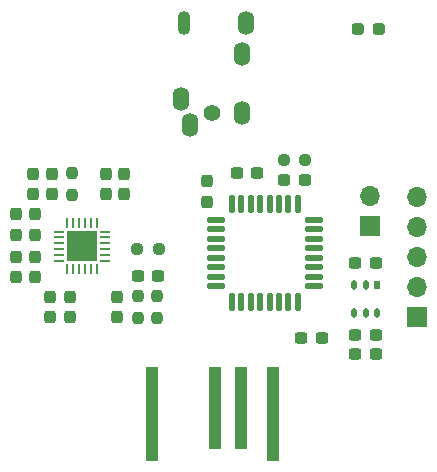
<source format=gts>
G04 #@! TF.GenerationSoftware,KiCad,Pcbnew,7.0.7*
G04 #@! TF.CreationDate,2024-03-29T16:46:10+10:30*
G04 #@! TF.ProjectId,hawk,6861776b-2e6b-4696-9361-645f70636258,1*
G04 #@! TF.SameCoordinates,Original*
G04 #@! TF.FileFunction,Soldermask,Top*
G04 #@! TF.FilePolarity,Negative*
%FSLAX46Y46*%
G04 Gerber Fmt 4.6, Leading zero omitted, Abs format (unit mm)*
G04 Created by KiCad (PCBNEW 7.0.7) date 2024-03-29 16:46:10*
%MOMM*%
%LPD*%
G01*
G04 APERTURE LIST*
G04 Aperture macros list*
%AMRoundRect*
0 Rectangle with rounded corners*
0 $1 Rounding radius*
0 $2 $3 $4 $5 $6 $7 $8 $9 X,Y pos of 4 corners*
0 Add a 4 corners polygon primitive as box body*
4,1,4,$2,$3,$4,$5,$6,$7,$8,$9,$2,$3,0*
0 Add four circle primitives for the rounded corners*
1,1,$1+$1,$2,$3*
1,1,$1+$1,$4,$5*
1,1,$1+$1,$6,$7*
1,1,$1+$1,$8,$9*
0 Add four rect primitives between the rounded corners*
20,1,$1+$1,$2,$3,$4,$5,0*
20,1,$1+$1,$4,$5,$6,$7,0*
20,1,$1+$1,$6,$7,$8,$9,0*
20,1,$1+$1,$8,$9,$2,$3,0*%
G04 Aperture macros list end*
%ADD10R,0.550000X0.800000*%
%ADD11O,0.550000X0.800000*%
%ADD12R,0.812800X0.254000*%
%ADD13R,0.254000X0.812800*%
%ADD14R,2.641600X2.641600*%
%ADD15RoundRect,0.237500X-0.237500X0.250000X-0.237500X-0.250000X0.237500X-0.250000X0.237500X0.250000X0*%
%ADD16RoundRect,0.237500X0.300000X0.237500X-0.300000X0.237500X-0.300000X-0.237500X0.300000X-0.237500X0*%
%ADD17RoundRect,0.237500X-0.300000X-0.237500X0.300000X-0.237500X0.300000X0.237500X-0.300000X0.237500X0*%
%ADD18RoundRect,0.237500X0.250000X0.237500X-0.250000X0.237500X-0.250000X-0.237500X0.250000X-0.237500X0*%
%ADD19RoundRect,0.237500X-0.237500X0.300000X-0.237500X-0.300000X0.237500X-0.300000X0.237500X0.300000X0*%
%ADD20R,1.000000X7.000000*%
%ADD21RoundRect,0.237500X0.237500X-0.300000X0.237500X0.300000X-0.237500X0.300000X-0.237500X-0.300000X0*%
%ADD22RoundRect,0.125000X0.125000X0.625000X-0.125000X0.625000X-0.125000X-0.625000X0.125000X-0.625000X0*%
%ADD23RoundRect,0.125000X0.625000X0.125000X-0.625000X0.125000X-0.625000X-0.125000X0.625000X-0.125000X0*%
%ADD24RoundRect,0.237500X0.287500X0.237500X-0.287500X0.237500X-0.287500X-0.237500X0.287500X-0.237500X0*%
%ADD25RoundRect,0.237500X0.237500X-0.250000X0.237500X0.250000X-0.237500X0.250000X-0.237500X-0.250000X0*%
%ADD26R,1.000000X8.000000*%
%ADD27RoundRect,0.237500X-0.250000X-0.237500X0.250000X-0.237500X0.250000X0.237500X-0.250000X0.237500X0*%
%ADD28O,1.700000X1.700000*%
%ADD29R,1.700000X1.700000*%
%ADD30O,1.371600X2.006600*%
%ADD31O,1.100000X2.000000*%
%ADD32C,1.397000*%
G04 APERTURE END LIST*
D10*
X162623501Y-107509500D03*
D11*
X161673500Y-107509500D03*
X160723499Y-107509500D03*
X160723499Y-109909500D03*
X161673500Y-109909500D03*
X162623501Y-109909500D03*
D12*
X135727400Y-103014500D03*
X135727400Y-103514499D03*
X135727400Y-104014500D03*
X135727400Y-104514500D03*
X135727400Y-105014501D03*
X135727400Y-105514500D03*
D13*
X136420500Y-106207600D03*
X136920499Y-106207600D03*
X137420500Y-106207600D03*
X137920500Y-106207600D03*
X138420501Y-106207600D03*
X138920500Y-106207600D03*
D12*
X139613600Y-105514500D03*
X139613600Y-105014501D03*
X139613600Y-104514500D03*
X139613600Y-104014500D03*
X139613600Y-103514499D03*
X139613600Y-103014500D03*
D13*
X138920500Y-102321400D03*
X138420501Y-102321400D03*
X137920500Y-102321400D03*
X137420500Y-102321400D03*
X136920499Y-102321400D03*
X136420500Y-102321400D03*
D14*
X137670500Y-104264500D03*
D15*
X144020500Y-110323500D03*
X144020500Y-108498500D03*
D16*
X156239000Y-112011500D03*
X157964000Y-112011500D03*
D17*
X162536000Y-113408500D03*
X160811000Y-113408500D03*
D18*
X142346000Y-104518500D03*
X144171000Y-104518500D03*
D19*
X139668700Y-99853500D03*
X139668700Y-98128500D03*
D20*
X151141155Y-117923795D03*
D16*
X154808200Y-98610000D03*
X156533200Y-98610000D03*
D17*
X162536000Y-111757500D03*
X160811000Y-111757500D03*
D19*
X141192700Y-99853500D03*
X141192700Y-98128500D03*
D21*
X135130500Y-98128500D03*
X135130500Y-99853500D03*
D22*
X155948500Y-109004500D03*
X155148500Y-109004500D03*
X154348500Y-109004500D03*
X153548500Y-109004500D03*
X152748500Y-109004500D03*
X151948500Y-109004500D03*
X151148500Y-109004500D03*
X150348500Y-109004500D03*
D23*
X148973500Y-107629500D03*
X148973500Y-106829500D03*
X148973500Y-106029500D03*
X148973500Y-105229500D03*
X148973500Y-104429500D03*
X148973500Y-103629500D03*
X148973500Y-102829500D03*
X148973500Y-102029500D03*
D22*
X150348500Y-100654500D03*
X151148500Y-100654500D03*
X151948500Y-100654500D03*
X152748500Y-100654500D03*
X153548500Y-100654500D03*
X154348500Y-100654500D03*
X155148500Y-100654500D03*
X155948500Y-100654500D03*
D23*
X157323500Y-102029500D03*
X157323500Y-102829500D03*
X157323500Y-103629500D03*
X157323500Y-104429500D03*
X157323500Y-105229500D03*
X157323500Y-106029500D03*
X157323500Y-106829500D03*
X157323500Y-107629500D03*
D21*
X133479500Y-98128500D03*
X133479500Y-99853500D03*
D24*
X161052500Y-85849500D03*
X162802500Y-85849500D03*
D19*
X140659100Y-110273500D03*
X140659100Y-108548500D03*
D21*
X148252500Y-98776000D03*
X148252500Y-100501000D03*
D19*
X136620700Y-110267500D03*
X136620700Y-108542500D03*
D21*
X132082500Y-101557500D03*
X132082500Y-103282500D03*
D19*
X133699700Y-106878500D03*
X133699700Y-105153500D03*
D16*
X160811000Y-105661500D03*
X162536000Y-105661500D03*
D21*
X133699700Y-101557500D03*
X133699700Y-103282500D03*
D17*
X152503000Y-98041500D03*
X150778000Y-98041500D03*
D20*
X148890614Y-117929844D03*
D25*
X136781500Y-98078500D03*
X136781500Y-99903500D03*
D17*
X144121000Y-106804500D03*
X142396000Y-106804500D03*
D26*
X153878516Y-118421729D03*
X143574057Y-118421729D03*
D19*
X134969700Y-110267500D03*
X134969700Y-108542500D03*
D27*
X156583200Y-96959000D03*
X154758200Y-96959000D03*
D19*
X132082500Y-106878500D03*
X132082500Y-105153500D03*
D15*
X142369500Y-110323500D03*
X142369500Y-108498500D03*
D28*
X162020700Y-100012000D03*
D29*
X162020700Y-102552000D03*
D28*
X165991500Y-100068500D03*
X165991500Y-102608500D03*
X165991500Y-105148500D03*
X165991500Y-107688500D03*
D29*
X165991500Y-110228500D03*
D30*
X151243300Y-92986900D03*
X146843301Y-93986901D03*
X146043300Y-91786900D03*
X151243300Y-87986900D03*
D31*
X146343299Y-85365251D03*
D30*
X151543299Y-85365251D03*
D32*
X148643300Y-92986900D03*
M02*

</source>
